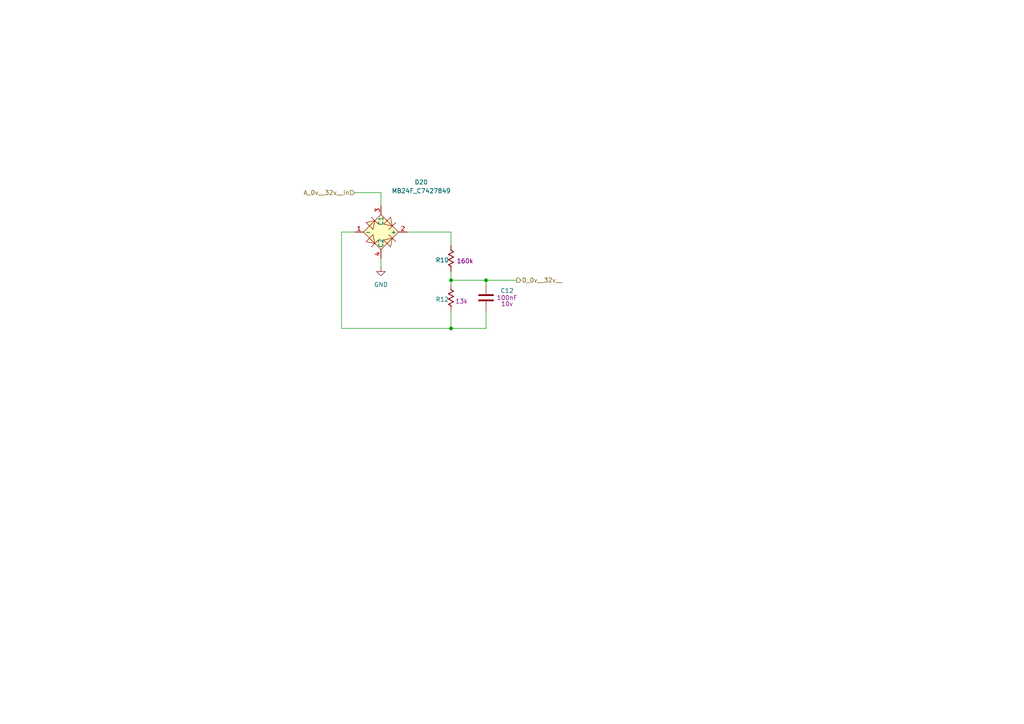
<source format=kicad_sch>
(kicad_sch
	(version 20250114)
	(generator "eeschema")
	(generator_version "9.0")
	(uuid "5584bb05-7b64-4813-abe2-695a768f0c25")
	(paper "A4")
	(lib_symbols
		(symbol "EDA:MB24F_C7427849"
			(exclude_from_sim no)
			(in_bom yes)
			(on_board yes)
			(property "Reference" "D"
				(at 0 12.7 0)
				(effects
					(font
						(size 1.27 1.27)
					)
				)
			)
			(property "Value" "MB24F_C7427849"
				(at 0 -12.7 0)
				(effects
					(font
						(size 1.27 1.27)
					)
				)
			)
			(property "Footprint" "EasyEDA:MBF-SMD_L4.7-W3.8-P2.50-LS6.8-BL"
				(at 0 -15.24 0)
				(effects
					(font
						(size 1.27 1.27)
					)
					(hide yes)
				)
			)
			(property "Datasheet" ""
				(at 0 0 0)
				(effects
					(font
						(size 1.27 1.27)
					)
					(hide yes)
				)
			)
			(property "Description" ""
				(at 0 0 0)
				(effects
					(font
						(size 1.27 1.27)
					)
					(hide yes)
				)
			)
			(property "LCSC Part" "C7427849"
				(at 0 -17.78 0)
				(effects
					(font
						(size 1.27 1.27)
					)
					(hide yes)
				)
			)
			(symbol "MB24F_C7427849_0_1"
				(polyline
					(pts
						(xy -4.32 2.79) (xy -1.78 3.3) (xy -2.29 0.76) (xy -4.32 2.79)
					)
					(stroke
						(width 0)
						(type default)
					)
					(fill
						(type background)
					)
				)
				(polyline
					(pts
						(xy -2.79 4.32) (xy -0.76 2.29)
					)
					(stroke
						(width 0)
						(type default)
					)
					(fill
						(type none)
					)
				)
				(polyline
					(pts
						(xy -2.29 -0.76) (xy -1.78 -3.3) (xy -4.32 -2.79) (xy -2.29 -0.76)
					)
					(stroke
						(width 0)
						(type default)
					)
					(fill
						(type background)
					)
				)
				(polyline
					(pts
						(xy -0.76 -2.29) (xy -2.79 -4.32)
					)
					(stroke
						(width 0)
						(type default)
					)
					(fill
						(type none)
					)
				)
				(polyline
					(pts
						(xy 0 5.08) (xy -5.08 0) (xy 0 -5.08) (xy 5.08 0) (xy 0 5.08)
					)
					(stroke
						(width 0)
						(type default)
					)
					(fill
						(type background)
					)
				)
				(polyline
					(pts
						(xy 0.76 -2.29) (xy 3.3 -1.78) (xy 2.79 -4.32) (xy 0.76 -2.29)
					)
					(stroke
						(width 0)
						(type default)
					)
					(fill
						(type background)
					)
				)
				(polyline
					(pts
						(xy 2.29 -0.76) (xy 4.32 -2.79)
					)
					(stroke
						(width 0)
						(type default)
					)
					(fill
						(type none)
					)
				)
				(polyline
					(pts
						(xy 2.79 4.32) (xy 3.3 1.78) (xy 0.76 2.29) (xy 2.79 4.32)
					)
					(stroke
						(width 0)
						(type default)
					)
					(fill
						(type background)
					)
				)
				(polyline
					(pts
						(xy 4.32 2.79) (xy 2.29 0.76)
					)
					(stroke
						(width 0)
						(type default)
					)
					(fill
						(type none)
					)
				)
			)
			(symbol "MB24F_C7427849_1_1"
				(pin unspecified line
					(at -7.62 0 0)
					(length 2.54)
					(name "-"
						(effects
							(font
								(size 1.27 1.27)
							)
						)
					)
					(number "1"
						(effects
							(font
								(size 1.27 1.27)
							)
						)
					)
				)
				(pin unspecified line
					(at 0 7.62 270)
					(length 2.54)
					(name "C1"
						(effects
							(font
								(size 1.27 1.27)
							)
						)
					)
					(number "3"
						(effects
							(font
								(size 1.27 1.27)
							)
						)
					)
				)
				(pin unspecified line
					(at 0 -7.62 90)
					(length 2.54)
					(name "C2"
						(effects
							(font
								(size 1.27 1.27)
							)
						)
					)
					(number "4"
						(effects
							(font
								(size 1.27 1.27)
							)
						)
					)
				)
				(pin unspecified line
					(at 7.62 0 180)
					(length 2.54)
					(name "+"
						(effects
							(font
								(size 1.27 1.27)
							)
						)
					)
					(number "2"
						(effects
							(font
								(size 1.27 1.27)
							)
						)
					)
				)
			)
			(embedded_fonts no)
		)
		(symbol "PCM_Capacitor_US_AKL:C_0603"
			(pin_numbers
				(hide yes)
			)
			(pin_names
				(offset 0.254)
			)
			(exclude_from_sim no)
			(in_bom yes)
			(on_board yes)
			(property "Reference" "C"
				(at 0.635 2.54 0)
				(effects
					(font
						(size 1.27 1.27)
					)
					(justify left)
				)
			)
			(property "Value" "C_0603"
				(at 0.635 -2.54 0)
				(effects
					(font
						(size 1.27 1.27)
					)
					(justify left)
				)
			)
			(property "Footprint" "PCM_Capacitor_SMD_AKL:C_0603_1608Metric"
				(at 0.9652 -3.81 0)
				(effects
					(font
						(size 1.27 1.27)
					)
					(hide yes)
				)
			)
			(property "Datasheet" "~"
				(at 0 0 0)
				(effects
					(font
						(size 1.27 1.27)
					)
					(hide yes)
				)
			)
			(property "Description" "SMD 0603 MLCC capacitor, Alternate KiCad Library"
				(at 0 0 0)
				(effects
					(font
						(size 1.27 1.27)
					)
					(hide yes)
				)
			)
			(property "ki_keywords" "cap capacitor ceramic chip mlcc smd 0603"
				(at 0 0 0)
				(effects
					(font
						(size 1.27 1.27)
					)
					(hide yes)
				)
			)
			(property "ki_fp_filters" "C_*"
				(at 0 0 0)
				(effects
					(font
						(size 1.27 1.27)
					)
					(hide yes)
				)
			)
			(symbol "C_0603_0_1"
				(polyline
					(pts
						(xy -2.032 0.762) (xy 2.032 0.762)
					)
					(stroke
						(width 0.508)
						(type default)
					)
					(fill
						(type none)
					)
				)
				(polyline
					(pts
						(xy -2.032 -0.762) (xy 2.032 -0.762)
					)
					(stroke
						(width 0.508)
						(type default)
					)
					(fill
						(type none)
					)
				)
			)
			(symbol "C_0603_0_2"
				(polyline
					(pts
						(xy -2.54 -2.54) (xy -0.381 -0.381)
					)
					(stroke
						(width 0)
						(type default)
					)
					(fill
						(type none)
					)
				)
				(polyline
					(pts
						(xy -0.508 -0.508) (xy -1.651 0.635)
					)
					(stroke
						(width 0.508)
						(type default)
					)
					(fill
						(type none)
					)
				)
				(polyline
					(pts
						(xy -0.508 -0.508) (xy 0.635 -1.651)
					)
					(stroke
						(width 0.508)
						(type default)
					)
					(fill
						(type none)
					)
				)
				(polyline
					(pts
						(xy 0.381 0.381) (xy 2.54 2.54)
					)
					(stroke
						(width 0)
						(type default)
					)
					(fill
						(type none)
					)
				)
				(polyline
					(pts
						(xy 0.508 0.508) (xy -0.635 1.651)
					)
					(stroke
						(width 0.508)
						(type default)
					)
					(fill
						(type none)
					)
				)
				(polyline
					(pts
						(xy 0.508 0.508) (xy 1.651 -0.635)
					)
					(stroke
						(width 0.508)
						(type default)
					)
					(fill
						(type none)
					)
				)
			)
			(symbol "C_0603_1_1"
				(pin passive line
					(at 0 3.81 270)
					(length 2.794)
					(name "~"
						(effects
							(font
								(size 1.27 1.27)
							)
						)
					)
					(number "1"
						(effects
							(font
								(size 1.27 1.27)
							)
						)
					)
				)
				(pin passive line
					(at 0 -3.81 90)
					(length 2.794)
					(name "~"
						(effects
							(font
								(size 1.27 1.27)
							)
						)
					)
					(number "2"
						(effects
							(font
								(size 1.27 1.27)
							)
						)
					)
				)
			)
			(symbol "C_0603_1_2"
				(pin passive line
					(at -2.54 -2.54 90)
					(length 0)
					(name "~"
						(effects
							(font
								(size 1.27 1.27)
							)
						)
					)
					(number "2"
						(effects
							(font
								(size 1.27 1.27)
							)
						)
					)
				)
				(pin passive line
					(at 2.54 2.54 270)
					(length 0)
					(name "~"
						(effects
							(font
								(size 1.27 1.27)
							)
						)
					)
					(number "1"
						(effects
							(font
								(size 1.27 1.27)
							)
						)
					)
				)
			)
			(embedded_fonts no)
		)
		(symbol "PCM_Resistor_US_AKL:R_0603"
			(pin_numbers
				(hide yes)
			)
			(pin_names
				(offset 0)
			)
			(exclude_from_sim no)
			(in_bom yes)
			(on_board yes)
			(property "Reference" "R"
				(at 2.54 1.27 0)
				(effects
					(font
						(size 1.27 1.27)
					)
					(justify left)
				)
			)
			(property "Value" "R_0603"
				(at 2.54 -1.27 0)
				(effects
					(font
						(size 1.27 1.27)
					)
					(justify left)
				)
			)
			(property "Footprint" "PCM_Resistor_SMD_AKL:R_0603_1608Metric"
				(at 0 -11.43 0)
				(effects
					(font
						(size 1.27 1.27)
					)
					(hide yes)
				)
			)
			(property "Datasheet" "~"
				(at 0 0 0)
				(effects
					(font
						(size 1.27 1.27)
					)
					(hide yes)
				)
			)
			(property "Description" "SMD 0603 Chip Resistor, US Symbol, Alternate KiCad Library"
				(at 0 0 0)
				(effects
					(font
						(size 1.27 1.27)
					)
					(hide yes)
				)
			)
			(property "ki_keywords" "R res resistor us SMD 0603"
				(at 0 0 0)
				(effects
					(font
						(size 1.27 1.27)
					)
					(hide yes)
				)
			)
			(property "ki_fp_filters" "R_*"
				(at 0 0 0)
				(effects
					(font
						(size 1.27 1.27)
					)
					(hide yes)
				)
			)
			(symbol "R_0603_0_1"
				(polyline
					(pts
						(xy 0 2.286) (xy 0 2.54)
					)
					(stroke
						(width 0.254)
						(type default)
					)
					(fill
						(type none)
					)
				)
				(polyline
					(pts
						(xy 0 2.286) (xy 0.762 1.905) (xy -0.762 1.143) (xy 0 0.762) (xy 0.762 0.381) (xy 0 0) (xy -0.762 -0.381)
						(xy 0 -0.762) (xy 0.762 -1.143) (xy 0 -1.524) (xy -0.762 -1.905) (xy 0 -2.286)
					)
					(stroke
						(width 0.254)
						(type default)
					)
					(fill
						(type none)
					)
				)
				(polyline
					(pts
						(xy 0 -2.286) (xy 0 -2.54)
					)
					(stroke
						(width 0.254)
						(type default)
					)
					(fill
						(type none)
					)
				)
			)
			(symbol "R_0603_0_2"
				(polyline
					(pts
						(xy -2.54 -2.54) (xy -1.778 -1.778)
					)
					(stroke
						(width 0)
						(type default)
					)
					(fill
						(type none)
					)
				)
				(polyline
					(pts
						(xy -1.778 -1.778) (xy -1.524 -1.524)
					)
					(stroke
						(width 0.254)
						(type default)
					)
					(fill
						(type none)
					)
				)
				(polyline
					(pts
						(xy -1.524 -1.524) (xy -1.778 -0.762) (xy -1.016 -1.016)
					)
					(stroke
						(width 0.254)
						(type default)
					)
					(fill
						(type none)
					)
				)
				(polyline
					(pts
						(xy -0.508 -0.508) (xy -0.762 0.254) (xy 0 0)
					)
					(stroke
						(width 0.254)
						(type default)
					)
					(fill
						(type none)
					)
				)
				(polyline
					(pts
						(xy -0.508 -0.508) (xy -0.254 -1.27) (xy -1.016 -1.016)
					)
					(stroke
						(width 0.254)
						(type default)
					)
					(fill
						(type none)
					)
				)
				(polyline
					(pts
						(xy 0.508 0.508) (xy 0.254 1.27) (xy 1.016 1.016)
					)
					(stroke
						(width 0.254)
						(type default)
					)
					(fill
						(type none)
					)
				)
				(polyline
					(pts
						(xy 0.508 0.508) (xy 0.762 -0.254) (xy 0 0)
					)
					(stroke
						(width 0.254)
						(type default)
					)
					(fill
						(type none)
					)
				)
				(polyline
					(pts
						(xy 1.524 1.524) (xy 1.778 0.762) (xy 1.016 1.016)
					)
					(stroke
						(width 0.254)
						(type default)
					)
					(fill
						(type none)
					)
				)
				(polyline
					(pts
						(xy 1.778 1.778) (xy 1.524 1.524)
					)
					(stroke
						(width 0.254)
						(type default)
					)
					(fill
						(type none)
					)
				)
				(polyline
					(pts
						(xy 1.778 1.778) (xy 2.54 2.54)
					)
					(stroke
						(width 0)
						(type default)
					)
					(fill
						(type none)
					)
				)
			)
			(symbol "R_0603_1_1"
				(pin passive line
					(at 0 3.81 270)
					(length 1.27)
					(name "~"
						(effects
							(font
								(size 1.27 1.27)
							)
						)
					)
					(number "1"
						(effects
							(font
								(size 1.27 1.27)
							)
						)
					)
				)
				(pin passive line
					(at 0 -3.81 90)
					(length 1.27)
					(name "~"
						(effects
							(font
								(size 1.27 1.27)
							)
						)
					)
					(number "2"
						(effects
							(font
								(size 1.27 1.27)
							)
						)
					)
				)
			)
			(symbol "R_0603_1_2"
				(pin passive line
					(at -2.54 -2.54 0)
					(length 0)
					(name ""
						(effects
							(font
								(size 1.27 1.27)
							)
						)
					)
					(number "2"
						(effects
							(font
								(size 1.27 1.27)
							)
						)
					)
				)
				(pin passive line
					(at 2.54 2.54 180)
					(length 0)
					(name ""
						(effects
							(font
								(size 1.27 1.27)
							)
						)
					)
					(number "1"
						(effects
							(font
								(size 1.27 1.27)
							)
						)
					)
				)
			)
			(embedded_fonts no)
		)
		(symbol "power:GND"
			(power)
			(pin_numbers
				(hide yes)
			)
			(pin_names
				(offset 0)
				(hide yes)
			)
			(exclude_from_sim no)
			(in_bom yes)
			(on_board yes)
			(property "Reference" "#PWR"
				(at 0 -6.35 0)
				(effects
					(font
						(size 1.27 1.27)
					)
					(hide yes)
				)
			)
			(property "Value" "GND"
				(at 0 -3.81 0)
				(effects
					(font
						(size 1.27 1.27)
					)
				)
			)
			(property "Footprint" ""
				(at 0 0 0)
				(effects
					(font
						(size 1.27 1.27)
					)
					(hide yes)
				)
			)
			(property "Datasheet" ""
				(at 0 0 0)
				(effects
					(font
						(size 1.27 1.27)
					)
					(hide yes)
				)
			)
			(property "Description" "Power symbol creates a global label with name \"GND\" , ground"
				(at 0 0 0)
				(effects
					(font
						(size 1.27 1.27)
					)
					(hide yes)
				)
			)
			(property "ki_keywords" "global power"
				(at 0 0 0)
				(effects
					(font
						(size 1.27 1.27)
					)
					(hide yes)
				)
			)
			(symbol "GND_0_1"
				(polyline
					(pts
						(xy 0 0) (xy 0 -1.27) (xy 1.27 -1.27) (xy 0 -2.54) (xy -1.27 -1.27) (xy 0 -1.27)
					)
					(stroke
						(width 0)
						(type default)
					)
					(fill
						(type none)
					)
				)
			)
			(symbol "GND_1_1"
				(pin power_in line
					(at 0 0 270)
					(length 0)
					(name "~"
						(effects
							(font
								(size 1.27 1.27)
							)
						)
					)
					(number "1"
						(effects
							(font
								(size 1.27 1.27)
							)
						)
					)
				)
			)
			(embedded_fonts no)
		)
	)
	(junction
		(at 130.81 95.25)
		(diameter 0)
		(color 0 0 0 0)
		(uuid "34693faa-e428-40e9-8a1f-02c14ecf2eff")
	)
	(junction
		(at 140.97 81.28)
		(diameter 0)
		(color 0 0 0 0)
		(uuid "5f0b35cb-b0f0-4f6a-b632-31385c76759b")
	)
	(junction
		(at 130.81 81.28)
		(diameter 0)
		(color 0 0 0 0)
		(uuid "c54f0c5d-bcc8-4b98-8267-0d6ed002e70b")
	)
	(wire
		(pts
			(xy 130.81 67.31) (xy 118.11 67.31)
		)
		(stroke
			(width 0)
			(type default)
		)
		(uuid "1d4851c1-3f48-47b7-b928-cbe7af629f6e")
	)
	(wire
		(pts
			(xy 110.49 55.88) (xy 110.49 59.69)
		)
		(stroke
			(width 0)
			(type default)
		)
		(uuid "3b6ce1d3-7ffb-4dce-aad3-8e1764fc5d64")
	)
	(wire
		(pts
			(xy 130.81 81.28) (xy 130.81 82.55)
		)
		(stroke
			(width 0)
			(type default)
		)
		(uuid "4cac3369-957e-4d2c-9a06-6db6b5b8fca0")
	)
	(wire
		(pts
			(xy 130.81 71.12) (xy 130.81 67.31)
		)
		(stroke
			(width 0)
			(type default)
		)
		(uuid "58acedeb-3b89-46b0-bfce-7d15313d9bbb")
	)
	(wire
		(pts
			(xy 130.81 78.74) (xy 130.81 81.28)
		)
		(stroke
			(width 0)
			(type default)
		)
		(uuid "74b856e1-ca19-4b64-bff7-7be0510eff2d")
	)
	(wire
		(pts
			(xy 130.81 95.25) (xy 130.81 90.17)
		)
		(stroke
			(width 0)
			(type default)
		)
		(uuid "7542ac82-8360-460c-813a-991630ae2a6b")
	)
	(wire
		(pts
			(xy 140.97 81.28) (xy 140.97 82.55)
		)
		(stroke
			(width 0)
			(type default)
		)
		(uuid "7bd83841-f5f5-4375-ae90-354769ad1b12")
	)
	(wire
		(pts
			(xy 99.06 67.31) (xy 99.06 95.25)
		)
		(stroke
			(width 0)
			(type default)
		)
		(uuid "974f02e0-99d4-4262-9fe4-93c1b6ef96d3")
	)
	(wire
		(pts
			(xy 140.97 81.28) (xy 149.86 81.28)
		)
		(stroke
			(width 0)
			(type default)
		)
		(uuid "a44326a1-2ded-4061-877e-e482be309c8f")
	)
	(wire
		(pts
			(xy 110.49 74.93) (xy 110.49 77.47)
		)
		(stroke
			(width 0)
			(type default)
		)
		(uuid "aaedaab6-4244-4bbc-9d76-f308e4c8bb7a")
	)
	(wire
		(pts
			(xy 140.97 95.25) (xy 130.81 95.25)
		)
		(stroke
			(width 0)
			(type default)
		)
		(uuid "c90a19b5-ed58-4fea-8ce2-5112d2022280")
	)
	(wire
		(pts
			(xy 102.87 67.31) (xy 99.06 67.31)
		)
		(stroke
			(width 0)
			(type default)
		)
		(uuid "d8bf0556-7088-45ab-aa7f-e2ff715a2eeb")
	)
	(wire
		(pts
			(xy 130.81 81.28) (xy 140.97 81.28)
		)
		(stroke
			(width 0)
			(type default)
		)
		(uuid "d8cb89f1-ff69-43f3-9bad-215d2b11c4aa")
	)
	(wire
		(pts
			(xy 102.87 55.88) (xy 110.49 55.88)
		)
		(stroke
			(width 0)
			(type default)
		)
		(uuid "e8fece28-683b-4805-a8f7-f57a9b591a4a")
	)
	(wire
		(pts
			(xy 99.06 95.25) (xy 130.81 95.25)
		)
		(stroke
			(width 0)
			(type default)
		)
		(uuid "f0cd14fe-c330-4de2-ad9e-a9ac101e1390")
	)
	(wire
		(pts
			(xy 140.97 90.17) (xy 140.97 95.25)
		)
		(stroke
			(width 0)
			(type default)
		)
		(uuid "f7cfc321-1b22-4528-91c7-ad7b11261fdc")
	)
	(hierarchical_label "A_0v__32v__in"
		(shape input)
		(at 102.87 55.88 180)
		(effects
			(font
				(size 1.27 1.27)
			)
			(justify right)
		)
		(uuid "64c48375-4e8d-4282-acbe-212ece57fc5c")
	)
	(hierarchical_label "D_0v__32v__"
		(shape output)
		(at 149.86 81.28 0)
		(effects
			(font
				(size 1.27 1.27)
			)
			(justify left)
		)
		(uuid "d2f3e88a-e533-49bc-9a5a-f320cbcf9a16")
	)
	(symbol
		(lib_id "EDA:MB24F_C7427849")
		(at 110.49 67.31 0)
		(unit 1)
		(exclude_from_sim no)
		(in_bom yes)
		(on_board yes)
		(dnp no)
		(uuid "1d1162ea-890f-4daa-9f69-df32bcdf39cb")
		(property "Reference" "D20"
			(at 122.174 52.832 0)
			(effects
				(font
					(size 1.27 1.27)
				)
			)
		)
		(property "Value" "MB24F_C7427849"
			(at 122.174 55.372 0)
			(effects
				(font
					(size 1.27 1.27)
				)
			)
		)
		(property "Footprint" "EastEDA:MBF-SMD_L4.7-W3.8-P2.50-LS6.8-BL"
			(at 110.49 82.55 0)
			(effects
				(font
					(size 1.27 1.27)
				)
				(hide yes)
			)
		)
		(property "Datasheet" ""
			(at 110.49 67.31 0)
			(effects
				(font
					(size 1.27 1.27)
				)
				(hide yes)
			)
		)
		(property "Description" ""
			(at 110.49 67.31 0)
			(effects
				(font
					(size 1.27 1.27)
				)
				(hide yes)
			)
		)
		(property "LCSC Part" "C7427849"
			(at 110.49 85.09 0)
			(effects
				(font
					(size 1.27 1.27)
				)
				(hide yes)
			)
		)
		(pin "1"
			(uuid "7108491c-98e8-4868-ad97-b74139200a8b")
		)
		(pin "3"
			(uuid "d9361c61-b6e6-4827-b0c2-e1f0e4aa69bf")
		)
		(pin "4"
			(uuid "ca7f9deb-134b-4fe9-a595-51e015f9e9c1")
		)
		(pin "2"
			(uuid "2cc6db51-861d-4819-b0c0-f1744635ed42")
		)
		(instances
			(project "Nivara Controls"
				(path "/42622735-4343-4315-af64-a45701a752b6/711b914f-41ac-411e-bef3-8ade05c9a19b/8e752283-c44a-4790-8997-93360c617970"
					(reference "D20")
					(unit 1)
				)
			)
		)
	)
	(symbol
		(lib_id "PCM_Capacitor_US_AKL:C_0603")
		(at 140.97 86.36 180)
		(unit 1)
		(exclude_from_sim no)
		(in_bom yes)
		(on_board yes)
		(dnp no)
		(uuid "5810fde1-9410-4619-96d3-5bb611aa6142")
		(property "Reference" "C12"
			(at 147.066 84.328 0)
			(effects
				(font
					(size 1.27 1.27)
				)
			)
		)
		(property "Value" "C_0603"
			(at 147.32 86.106 90)
			(effects
				(font
					(size 1.27 1.27)
				)
				(hide yes)
			)
		)
		(property "Footprint" "PCM_Capacitor_SMD_AKL:C_0603_1608Metric"
			(at 140.0048 82.55 0)
			(effects
				(font
					(size 1.27 1.27)
				)
				(hide yes)
			)
		)
		(property "Datasheet" "~"
			(at 140.97 86.36 0)
			(effects
				(font
					(size 1.27 1.27)
				)
				(hide yes)
			)
		)
		(property "Description" "SMD 0603 MLCC capacitor, Alternate KiCad Library"
			(at 140.97 86.36 0)
			(effects
				(font
					(size 1.27 1.27)
				)
				(hide yes)
			)
		)
		(property "Capacidad" "100nF"
			(at 147.066 86.36 0)
			(effects
				(font
					(size 1.27 1.27)
				)
			)
		)
		(property "Part Number" ""
			(at 140.97 86.36 0)
			(effects
				(font
					(size 1.27 1.27)
				)
			)
		)
		(property "Voltaje" "10v"
			(at 147.066 88.138 0)
			(effects
				(font
					(size 1.27 1.27)
				)
			)
		)
		(pin "1"
			(uuid "cfbe04f6-fbc9-4b7f-9869-9ab6b3416933")
		)
		(pin "2"
			(uuid "f596cbc8-7e47-4e18-927b-4860ea4cef03")
		)
		(instances
			(project "Nivara Controls"
				(path "/42622735-4343-4315-af64-a45701a752b6/711b914f-41ac-411e-bef3-8ade05c9a19b/8e752283-c44a-4790-8997-93360c617970"
					(reference "C12")
					(unit 1)
				)
			)
		)
	)
	(symbol
		(lib_id "PCM_Resistor_US_AKL:R_0603")
		(at 130.81 74.93 0)
		(unit 1)
		(exclude_from_sim no)
		(in_bom yes)
		(on_board yes)
		(dnp no)
		(uuid "61a95d78-fcf0-4cbb-a392-dd16f225fbb3")
		(property "Reference" "R10"
			(at 128.27 75.438 0)
			(effects
				(font
					(size 1.27 1.27)
				)
			)
		)
		(property "Value" "R_0603"
			(at 123.444 74.93 90)
			(effects
				(font
					(size 1.27 1.27)
				)
				(hide yes)
			)
		)
		(property "Footprint" "PCM_Resistor_SMD_AKL:R_0603_1608Metric"
			(at 130.81 86.36 0)
			(effects
				(font
					(size 1.27 1.27)
				)
				(hide yes)
			)
		)
		(property "Datasheet" "~"
			(at 130.81 74.93 0)
			(effects
				(font
					(size 1.27 1.27)
				)
				(hide yes)
			)
		)
		(property "Description" "SMD 0603 Chip Resistor, US Symbol, Alternate KiCad Library"
			(at 130.81 74.93 0)
			(effects
				(font
					(size 1.27 1.27)
				)
				(hide yes)
			)
		)
		(property "Part Number" ""
			(at 130.81 74.93 0)
			(effects
				(font
					(size 1.27 1.27)
				)
				(hide yes)
			)
		)
		(property "Capacidad" "160k"
			(at 134.874 75.692 0)
			(effects
				(font
					(size 1.27 1.27)
				)
			)
		)
		(pin "1"
			(uuid "2b4d5e2f-9e8f-4fbe-87c5-182bd87c704c")
		)
		(pin "2"
			(uuid "8e655676-dcd4-4a0b-9055-d134976fbe02")
		)
		(instances
			(project "Nivara Controls"
				(path "/42622735-4343-4315-af64-a45701a752b6/711b914f-41ac-411e-bef3-8ade05c9a19b/8e752283-c44a-4790-8997-93360c617970"
					(reference "R10")
					(unit 1)
				)
			)
		)
	)
	(symbol
		(lib_id "PCM_Resistor_US_AKL:R_0603")
		(at 130.81 86.36 0)
		(unit 1)
		(exclude_from_sim no)
		(in_bom yes)
		(on_board yes)
		(dnp no)
		(uuid "aef97a46-eaf9-448e-8113-a343a26d5c7a")
		(property "Reference" "R12"
			(at 128.27 86.868 0)
			(effects
				(font
					(size 1.27 1.27)
				)
			)
		)
		(property "Value" "R_0603"
			(at 123.444 86.36 90)
			(effects
				(font
					(size 1.27 1.27)
				)
				(hide yes)
			)
		)
		(property "Footprint" "PCM_Resistor_SMD_AKL:R_0603_1608Metric"
			(at 130.81 97.79 0)
			(effects
				(font
					(size 1.27 1.27)
				)
				(hide yes)
			)
		)
		(property "Datasheet" "~"
			(at 130.81 86.36 0)
			(effects
				(font
					(size 1.27 1.27)
				)
				(hide yes)
			)
		)
		(property "Description" "SMD 0603 Chip Resistor, US Symbol, Alternate KiCad Library"
			(at 130.81 86.36 0)
			(effects
				(font
					(size 1.27 1.27)
				)
				(hide yes)
			)
		)
		(property "Part Number" ""
			(at 130.81 86.36 0)
			(effects
				(font
					(size 1.27 1.27)
				)
				(hide yes)
			)
		)
		(property "Capacidad" "13k"
			(at 133.858 87.376 0)
			(effects
				(font
					(size 1.27 1.27)
				)
			)
		)
		(pin "1"
			(uuid "bc04237e-952b-4290-b89f-5a5ab9f8b653")
		)
		(pin "2"
			(uuid "96c2298d-92bb-489f-a7e7-747ac3cc31bf")
		)
		(instances
			(project "Nivara Controls"
				(path "/42622735-4343-4315-af64-a45701a752b6/711b914f-41ac-411e-bef3-8ade05c9a19b/8e752283-c44a-4790-8997-93360c617970"
					(reference "R12")
					(unit 1)
				)
			)
		)
	)
	(symbol
		(lib_id "power:GND")
		(at 110.49 77.47 0)
		(unit 1)
		(exclude_from_sim no)
		(in_bom yes)
		(on_board yes)
		(dnp no)
		(fields_autoplaced yes)
		(uuid "d0874b6f-489d-4e0b-8506-088aca3b4c96")
		(property "Reference" "#PWR029"
			(at 110.49 83.82 0)
			(effects
				(font
					(size 1.27 1.27)
				)
				(hide yes)
			)
		)
		(property "Value" "GND"
			(at 110.49 82.55 0)
			(effects
				(font
					(size 1.27 1.27)
				)
			)
		)
		(property "Footprint" ""
			(at 110.49 77.47 0)
			(effects
				(font
					(size 1.27 1.27)
				)
				(hide yes)
			)
		)
		(property "Datasheet" ""
			(at 110.49 77.47 0)
			(effects
				(font
					(size 1.27 1.27)
				)
				(hide yes)
			)
		)
		(property "Description" "Power symbol creates a global label with name \"GND\" , ground"
			(at 110.49 77.47 0)
			(effects
				(font
					(size 1.27 1.27)
				)
				(hide yes)
			)
		)
		(pin "1"
			(uuid "da4c8303-a8a7-42fc-880e-c5e3216a5cb6")
		)
		(instances
			(project "Nivara Controls"
				(path "/42622735-4343-4315-af64-a45701a752b6/711b914f-41ac-411e-bef3-8ade05c9a19b/8e752283-c44a-4790-8997-93360c617970"
					(reference "#PWR029")
					(unit 1)
				)
			)
		)
	)
)

</source>
